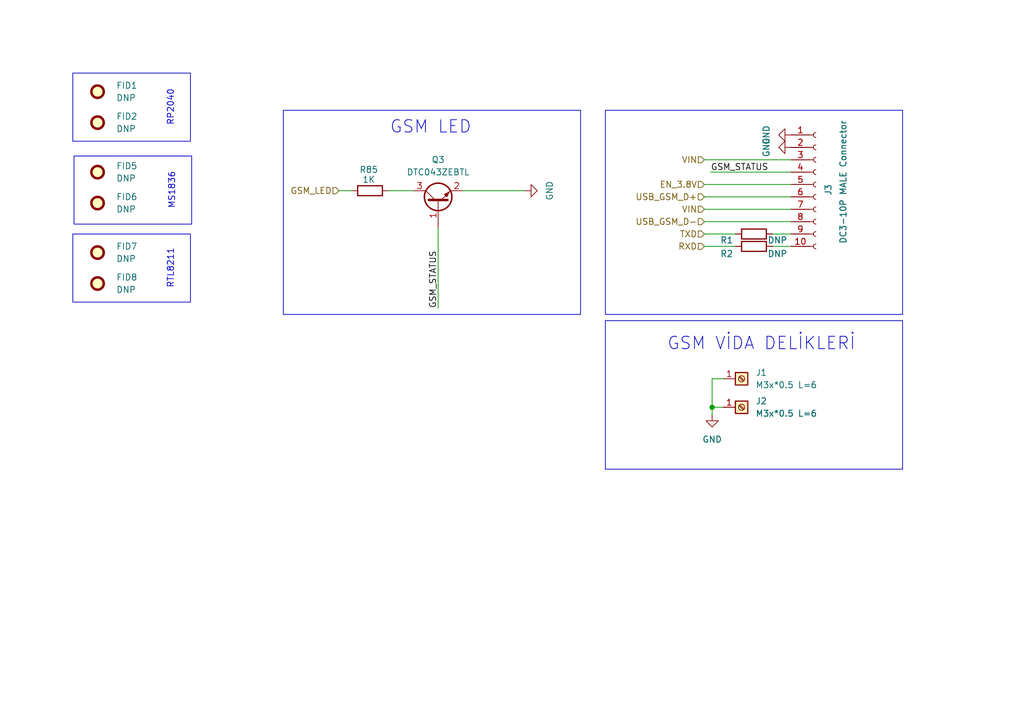
<source format=kicad_sch>
(kicad_sch (version 20231120) (generator "eeschema") (generator_version "8.0")
  (paper "A5")
  (title_block (company "SmartEQ Information Technologies"))
  (lib_symbols
    (symbol "Connector:Conn_01x10_Socket" (pin_names (offset 1.016) hide)
      (property "Reference" "J" (at 0 12.7 0))
      (property "Value" "Conn_01x10_Socket" (at 0 -15.24 0))
      (symbol "Conn_01x10_Socket_1_1"
        (arc (start 0 -12.192) (mid -0.5058 -12.7) (end 0 -13.208) (stroke (width 0.1524)))
        (arc (start 0 -9.652) (mid -0.5058 -10.16) (end 0 -10.668) (stroke (width 0.1524)))
        (arc (start 0 -7.112) (mid -0.5058 -7.62) (end 0 -8.128) (stroke (width 0.1524)))
        (arc (start 0 -4.572) (mid -0.5058 -5.08) (end 0 -5.588) (stroke (width 0.1524)))
        (arc (start 0 -2.032) (mid -0.5058 -2.54) (end 0 -3.048) (stroke (width 0.1524)))
        (polyline (pts (xy -1.27 -12.7) (xy -0.508 -12.7)) (stroke (width 0.1524)))
        (polyline (pts (xy -1.27 -10.16) (xy -0.508 -10.16)) (stroke (width 0.1524)))
        (polyline (pts (xy -1.27 -7.62) (xy -0.508 -7.62)) (stroke (width 0.1524)))
        (polyline (pts (xy -1.27 -5.08) (xy -0.508 -5.08)) (stroke (width 0.1524)))
        (polyline (pts (xy -1.27 -2.54) (xy -0.508 -2.54)) (stroke (width 0.1524)))
        (polyline (pts (xy -1.27 0) (xy -0.508 0)) (stroke (width 0.1524)))
        (polyline (pts (xy -1.27 2.54) (xy -0.508 2.54)) (stroke (width 0.1524)))
        (polyline (pts (xy -1.27 5.08) (xy -0.508 5.08)) (stroke (width 0.1524)))
        (polyline (pts (xy -1.27 7.62) (xy -0.508 7.62)) (stroke (width 0.1524)))
        (polyline (pts (xy -1.27 10.16) (xy -0.508 10.16)) (stroke (width 0.1524)))
        (arc (start 0 0.508) (mid -0.5058 0) (end 0 -0.508) (stroke (width 0.1524)))
        (arc (start 0 3.048) (mid -0.5058 2.54) (end 0 2.032) (stroke (width 0.1524)))
        (arc (start 0 5.588) (mid -0.5058 5.08) (end 0 4.572) (stroke (width 0.1524)))
        (arc (start 0 8.128) (mid -0.5058 7.62) (end 0 7.112) (stroke (width 0.1524)))
        (arc (start 0 10.668) (mid -0.5058 10.16) (end 0 9.652) (stroke (width 0.1524)))
        (pin passive line (at -5.08 10.16 0) (length 3.81) (name "Pin_1") (number "1"))
        (pin passive line (at -5.08 -12.7 0) (length 3.81) (name "Pin_10") (number "10"))
        (pin passive line (at -5.08 7.62 0) (length 3.81) (name "Pin_2") (number "2"))
        (pin passive line (at -5.08 5.08 0) (length 3.81) (name "Pin_3") (number "3"))
        (pin passive line (at -5.08 2.54 0) (length 3.81) (name "Pin_4") (number "4"))
        (pin passive line (at -5.08 0 0) (length 3.81) (name "Pin_5") (number "5"))
        (pin passive line (at -5.08 -2.54 0) (length 3.81) (name "Pin_6") (number "6"))
        (pin passive line (at -5.08 -5.08 0) (length 3.81) (name "Pin_7") (number "7"))
        (pin passive line (at -5.08 -7.62 0) (length 3.81) (name "Pin_8") (number "8"))
        (pin passive line (at -5.08 -10.16 0) (length 3.81) (name "Pin_9") (number "9"))
      )
    )
    (symbol "Connector:Screw_Terminal_01x01" (pin_names (offset 1.016) hide)
      (property "Reference" "J23" (at 2.8515 1.2701 0))
      (property "Value" "M3x*0.5 L=8" (at 2.8515 -1.2699 0))
      (symbol "Screw_Terminal_01x01_1_1"
        (rectangle (start -1.27 1.27) (end 1.27 -1.27) (stroke (width 0.254)) (fill (type background)))
        (polyline (pts (xy -0.5334 0.3302) (xy 0.3302 -0.508)) (stroke (width 0.1524)))
        (polyline (pts (xy -0.3556 0.508) (xy 0.508 -0.3302)) (stroke (width 0.1524)))
        (circle (center 0 0) (radius 0.635) (stroke (width 0.1524)))
        (pin input line (at -3.81 0 0) (length 2.54) (name "1") (number "1"))
      )
    )
    (symbol "Device:R" (pin_numbers hide) (pin_names (offset 0))
      (property "Reference" "R" (at 2.032 0 90))
      (property "Value" "R" (at 0 0 90))
      (symbol "R_0_1"
        (rectangle (start -1.016 -2.54) (end 1.016 2.54) (stroke (width 0.254)))
      )
      (symbol "R_1_1"
        (pin passive line (at 0 3.81 270) (length 1.27) (name "~") (number "1"))
        (pin passive line (at 0 -3.81 90) (length 1.27) (name "~") (number "2"))
      )
    )
    (symbol "Mechanical:Fiducial"
      (property "Reference" "FID" (at 0 5.08 0))
      (property "Value" "Fiducial" (at 0 3.175 0))
      (symbol "Fiducial_0_1"
        (circle (center 0 0) (radius 1.27) (stroke (width 0.508)) (fill (type background)))
      )
    )
    (symbol "Screw_Terminal_01x01_1" (pin_names (offset 1.016) hide)
      (property "Reference" "J28" (at 2.8515 1.2701 0))
      (property "Value" "M3x*0.5 L=8" (at 2.8515 -1.2699 0))
      (symbol "Screw_Terminal_01x01_1_1_1"
        (rectangle (start -1.27 1.27) (end 1.27 -1.27) (stroke (width 0.254)) (fill (type background)))
        (polyline (pts (xy -0.5334 0.3302) (xy 0.3302 -0.508)) (stroke (width 0.1524)))
        (polyline (pts (xy -0.3556 0.508) (xy 0.508 -0.3302)) (stroke (width 0.1524)))
        (circle (center 0 0) (radius 0.635) (stroke (width 0.1524)))
        (pin input line (at -3.81 0 0) (length 2.54) (name "1") (number "1"))
      )
    )
    (symbol "Transistor_BJT:2SC1945" (pin_names (offset 0) hide)
      (property "Reference" "Q" (at 5.08 1.905 0))
      (property "Value" "2SC1945" (at 5.08 0 0))
      (symbol "2SC1945_0_1"
        (polyline (pts (xy 0 0) (xy 0.635 0)))
        (polyline (pts (xy 2.54 2.54) (xy 0.635 0.635)))
        (polyline (pts (xy 0.635 1.905) (xy 0.635 -1.905) (xy 0.635 -1.905)) (stroke (width 0.508)))
        (polyline (pts (xy 2.286 -2.286) (xy 1.778 -1.778) (xy 1.778 -1.778)))
        (polyline (pts (xy 2.54 -2.54) (xy 0.635 -0.635) (xy 1.27 -1.27)) (fill (type outline)))
        (polyline (pts (xy 1.27 -1.778) (xy 1.778 -1.27) (xy 2.286 -2.286) (xy 1.27 -1.778) (xy 1.27 -1.778)) (fill (type outline)))
        (circle (center 1.27 0) (radius 2.8194) (stroke (width 0.3048)))
      )
      (symbol "2SC1945_1_1"
        (pin input line (at -5.08 0 0) (length 5.08) (name "B") (number "1"))
        (pin passive line (at 2.54 -5.08 90) (length 2.54) (name "E") (number "2"))
        (pin passive line (at 2.54 5.08 270) (length 2.54) (name "C") (number "3"))
      )
    )
    (symbol "power:GND" (power) (pin_names (offset 0))
      (property "Value" "GND" (at 0 -3.81 0))
      (symbol "GND_0_1"
        (polyline (pts (xy 0 0) (xy 0 -1.27) (xy 1.27 -1.27) (xy 0 -2.54) (xy -1.27 -1.27) (xy 0 -1.27)))
      )
      (symbol "GND_1_1"
        (pin power_in line (at 0 0 270) (length 0) hide (name "GND") (number "1"))
      )
    )
  )
  (junction (at 146.05 83.587))
  (wire (pts (xy 89.8585 63.267) (xy 89.8585 46.757)))
  (wire (pts (xy 146.05 77.7368) (xy 148.2785 77.7368)))
  (wire (pts (xy 144.4685 32.787) (xy 162.2485 32.787)))
  (wire (pts (xy 144.4685 42.947) (xy 162.2485 42.947)))
  (wire (pts (xy 158.4385 50.567) (xy 162.2485 50.567)))
  (wire (pts (xy 69.5385 39.137) (xy 72.0785 39.137)))
  (wire (pts (xy 144.4685 37.867) (xy 162.2485 37.867)))
  (wire (pts (xy 158.4385 48.027) (xy 162.2485 48.027)))
  (wire (pts (xy 144.4685 40.407) (xy 162.2485 40.407)))
  (wire (pts (xy 146.05 83.587) (xy 146.05 77.7368)))
  (wire (pts (xy 144.4685 45.487) (xy 162.2485 45.487)))
  (wire (pts (xy 144.4685 48.027) (xy 150.8185 48.027)))
  (wire (pts (xy 146.05 85.09) (xy 146.05 83.587)))
  (wire (pts (xy 145.7385 35.327) (xy 162.2485 35.327)))
  (wire (pts (xy 144.4685 50.567) (xy 150.8185 50.567)))
  (wire (pts (xy 146.05 83.587) (xy 148.2785 83.587)))
  (wire (pts (xy 79.6985 39.137) (xy 84.7785 39.137)))
  (wire (pts (xy 94.9385 39.137) (xy 107.6385 39.137)))
  (rectangle (start 124.1485 22.627) (end 185.1085 64.537))
  (rectangle (start 15.1825 32.025) (end 39.3125 45.995))
  (rectangle (start 124.1485 65.807) (end 185.1085 96.287))
  (rectangle (start 58.1085 22.627) (end 119.0685 64.537))
  (rectangle (start 14.9285 48.027) (end 39.0585 61.997))
  (rectangle (start 14.9285 15.007) (end 39.0585 28.977))
  (text "MS1836" (at 35.2485 39.137 90) (effects (font (size 1.27 1.27))))
  (text "RP2040" (at 34.9945 22.119 90) (effects (font (size 1.27 1.27))))
  (text "GSM VİDA DELİKLERİ\n" (at 156.1525 70.633 0) (effects (font (size 2.54 2.54))))
  (text "RTL8211" (at 34.9945 55.139 90) (effects (font (size 1.27 1.27))))
  (text "GSM LED" (at 88.3345 26.183 0) (effects (font (size 2.54 2.54))))
  (label "GSM_STATUS" (at 89.8585 63.267 90))
  (label "GSM_STATUS" (at 145.7385 35.327 0))
  (hierarchical_label "EN_3.8V" (shape input) (at 144.4685 37.867 180))
  (hierarchical_label "VIN" (shape input) (at 144.4685 32.787 180))
  (hierarchical_label "RXD" (shape input) (at 144.4685 50.567 180))
  (hierarchical_label "TXD" (shape input) (at 144.4685 48.027 180))
  (hierarchical_label "VIN" (shape input) (at 144.4685 42.947 180))
  (hierarchical_label "GSM_LED" (shape input) (at 69.5385 39.137 180))
  (hierarchical_label "USB_GSM_D+" (shape input) (at 144.4685 40.407 180))
  (hierarchical_label "USB_GSM_D-" (shape input) (at 144.4685 45.487 180))
  (symbol (lib_id "Mechanical:Fiducial") (at 20.0085 25.167 0) (unit 1)
    (property "Reference" "FID2" (at 23.8185 23.8969 0) (effects (justify left)))
    (property "Value" "DNP" (at 23.8185 26.4369 0) (effects (justify left)))
    (property "Footprint" "Fiducial:Fiducial_0.5mm_Mask1mm" (effects (hide yes)))
    (property "Description" "Fiducial Marker" (effects (hide yes)))
  )
  (symbol (lib_id "Connector:Conn_01x10_Socket") (at 167.3285 37.867 0) (unit 1)
    (property "Reference" "J3" (at 169.8685 40.153 90) (effects (justify left)))
    (property "Value" "DC3-10P MALE Connector" (at 172.9165 50.059 90) (effects (justify left)))
    (property "Footprint" "Footprint Library:GSM connector" (effects (hide yes)))
    (property "Description" "Generic connector, single row, 01x10, script generated" (effects (hide yes)))
    (property "MPN" "DC3-10P MALE Connector" (effects (hide yes)))
  )
  (symbol (lib_id "Device:R") (at 154.6285 50.567 270) (unit 1)
    (property "Reference" "R2" (at 149.0405 52.091 90))
    (property "Value" "DNP" (at 159.4545 52.091 90))
    (property "Footprint" "Resistor_SMD:R_0603_1608Metric" (effects (hide yes)))
  )
  (symbol (lib_id "Mechanical:Fiducial") (at 20.0085 35.327 0) (unit 1)
    (property "Reference" "FID5" (at 23.8185 34.0569 0) (effects (justify left)))
    (property "Value" "DNP" (at 23.8185 36.5969 0) (effects (justify left)))
    (property "Footprint" "Fiducial:Fiducial_0.5mm_Mask1mm" (effects (hide yes)))
    (property "Description" "Fiducial Marker" (effects (hide yes)))
  )
  (symbol (lib_name "Screw_Terminal_01x01_1") (lib_id "Connector:Screw_Terminal_01x01") (at 152.0885 83.587 0) (unit 1)
    (property "Reference" "J2" (at 154.94 82.3169 0) (effects (justify left)))
    (property "Value" "M3x*0.5 L=6" (at 154.94 84.8569 0) (effects (justify left)))
    (property "Footprint" "Footprint Library:Screw Terminal Shinbo" (effects (hide yes)))
    (property "Description" "Board mounting elevator    M3 hole size, 4 pins PCB-64-M3" (effects (hide yes)))
    (property "MPN" "SMTSO-M3-6ET" (effects (hide yes)))
  )
  (symbol (lib_id "Mechanical:Fiducial") (at 20.0085 58.187 0) (unit 1)
    (property "Reference" "FID8" (at 23.8185 56.9169 0) (effects (justify left)))
    (property "Value" "DNP" (at 23.8185 59.4569 0) (effects (justify left)))
    (property "Footprint" "Fiducial:Fiducial_0.5mm_Mask1mm" (effects (hide yes)))
    (property "Description" "Fiducial Marker" (effects (hide yes)))
  )
  (symbol (lib_id "power:GND") (at 162.2485 27.707 270) (unit 1)
    (property "Reference" "#PWR02" (effects (hide yes)))
    (property "Value" "GND" (at 157.1685 27.707 0))
  )
  (symbol (lib_id "Device:R") (at 154.6285 48.027 270) (unit 1)
    (property "Reference" "R1" (at 149.0405 49.297 90))
    (property "Value" "DNP" (at 159.4545 49.297 90))
    (property "Footprint" "Resistor_SMD:R_0603_1608Metric" (effects (hide yes)))
  )
  (symbol (lib_id "power:GND") (at 162.2485 30.247 270) (unit 1)
    (property "Reference" "#PWR03" (effects (hide yes)))
    (property "Value" "GND" (at 157.1685 30.247 0))
  )
  (symbol (lib_id "Connector:Screw_Terminal_01x01") (at 152.0885 77.7368 0) (unit 1)
    (property "Reference" "J1" (at 154.94 76.4667 0) (effects (justify left)))
    (property "Value" "M3x*0.5 L=6" (at 154.94 79.0067 0) (effects (justify left)))
    (property "Footprint" "Footprint Library:Screw Terminal Shinbo" (effects (hide yes)))
    (property "Description" "Board mounting elevator    M3 hole size, 4 pins PCB-64-M3" (effects (hide yes)))
    (property "MPN" "SMTSO-M3-6ET" (effects (hide yes)))
  )
  (symbol (lib_id "Device:R") (at 75.8885 39.137 270) (unit 1)
    (property "Reference" "R85" (at 75.6345 34.819 90))
    (property "Value" "1K" (at 75.6345 36.851 90))
    (property "Footprint" "Resistor_SMD:R_0603_1608Metric" (effects (hide yes)))
    (property "MPN" "0603WAF1001T5E" (effects (hide yes)))
  )
  (symbol (lib_id "Mechanical:Fiducial") (at 20.0085 41.677 0) (unit 1)
    (property "Reference" "FID6" (at 23.8185 40.4069 0) (effects (justify left)))
    (property "Value" "DNP" (at 23.8185 42.9469 0) (effects (justify left)))
    (property "Footprint" "Fiducial:Fiducial_0.5mm_Mask1mm" (effects (hide yes)))
    (property "Description" "Fiducial Marker" (effects (hide yes)))
  )
  (symbol (lib_id "power:GND") (at 146.05 85.09 0) (unit 1)
    (property "Reference" "#PWR01" (effects (hide yes)))
    (property "Value" "GND" (at 146.05 90.17 0))
  )
  (symbol (lib_id "Mechanical:Fiducial") (at 20.0085 51.837 0) (unit 1)
    (property "Reference" "FID7" (at 23.8185 50.5669 0) (effects (justify left)))
    (property "Value" "DNP" (at 23.8185 53.1069 0) (effects (justify left)))
    (property "Footprint" "Fiducial:Fiducial_0.5mm_Mask1mm" (effects (hide yes)))
    (property "Description" "Fiducial Marker" (effects (hide yes)))
  )
  (symbol (lib_id "Mechanical:Fiducial") (at 20.0085 18.817 0) (unit 1)
    (property "Reference" "FID1" (at 23.8185 17.5469 0) (effects (justify left)))
    (property "Value" "DNP" (at 23.8185 20.0869 0) (effects (justify left)))
    (property "Footprint" "Fiducial:Fiducial_0.5mm_Mask1mm" (effects (hide yes)))
    (property "Description" "Fiducial Marker" (effects (hide yes)))
  )
  (symbol (lib_id "power:GND") (at 107.6385 39.137 90) (unit 1)
    (property "Reference" "#PWR090" (effects (hide yes)))
    (property "Value" "GND" (at 112.7185 39.137 0))
  )
  (symbol (lib_id "Transistor_BJT:2SC1945") (at 89.8585 41.677 90) (unit 1)
    (property "Reference" "Q3" (at 89.8585 32.787 90))
    (property "Value" "DTC043ZEBTL" (at 89.8585 35.327 90))
    (property "Footprint" "Package_TO_SOT_SMD:SOT-416" (effects (hide yes)))
    (property "MPN" "DTC043ZEBTL" (effects (hide yes)))
  )
)
</source>
